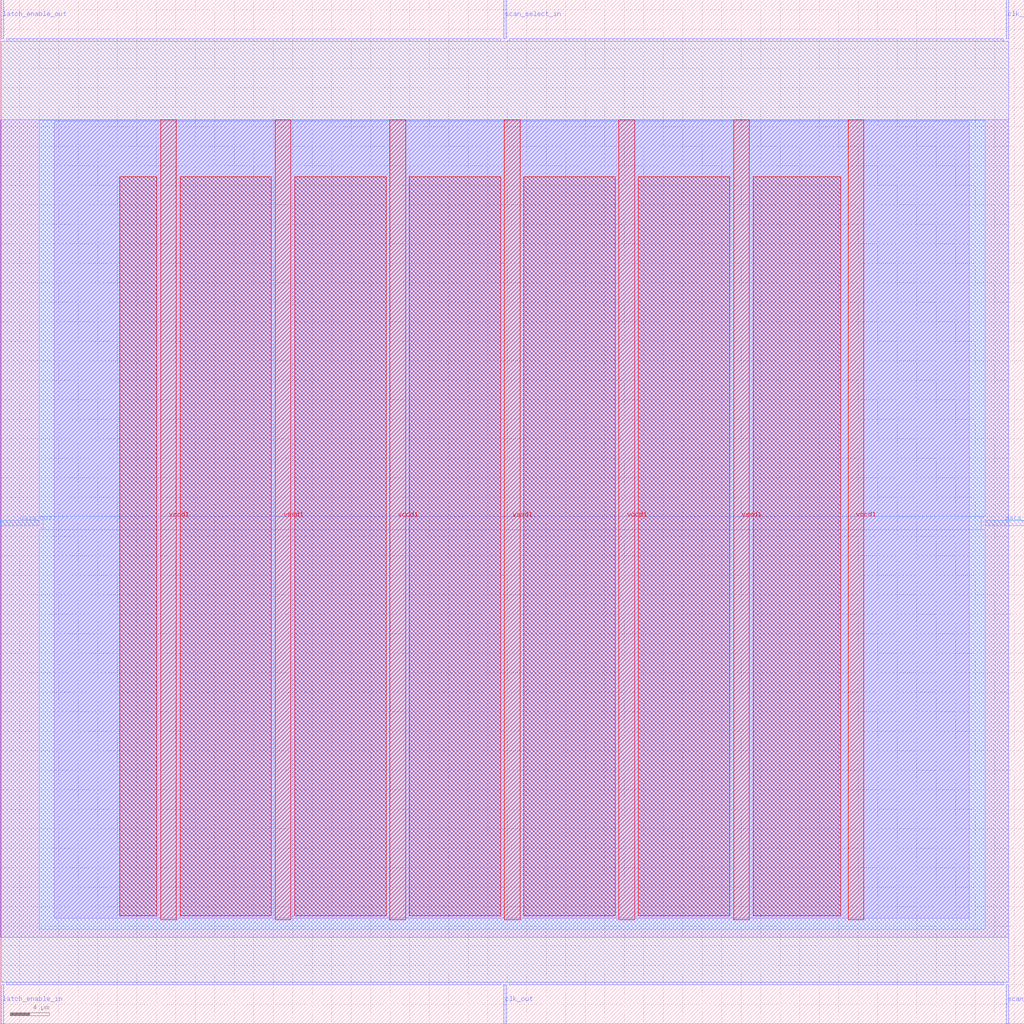
<source format=lef>
VERSION 5.7 ;
  NOWIREEXTENSIONATPIN ON ;
  DIVIDERCHAR "/" ;
  BUSBITCHARS "[]" ;
MACRO scan_wrapper_341271902949474898
  CLASS BLOCK ;
  FOREIGN scan_wrapper_341271902949474898 ;
  ORIGIN 0.000 0.000 ;
  SIZE 105.000 BY 105.000 ;
  PIN clk_in
    DIRECTION INPUT ;
    USE SIGNAL ;
    PORT
      LAYER met2 ;
        RECT 103.130 101.000 103.410 105.000 ;
    END
  END clk_in
  PIN clk_out
    DIRECTION OUTPUT TRISTATE ;
    USE SIGNAL ;
    PORT
      LAYER met2 ;
        RECT 51.610 0.000 51.890 4.000 ;
    END
  END clk_out
  PIN data_in
    DIRECTION INPUT ;
    USE SIGNAL ;
    PORT
      LAYER met3 ;
        RECT 101.000 51.040 105.000 51.640 ;
    END
  END data_in
  PIN data_out
    DIRECTION OUTPUT TRISTATE ;
    USE SIGNAL ;
    PORT
      LAYER met3 ;
        RECT 0.000 51.040 4.000 51.640 ;
    END
  END data_out
  PIN latch_enable_in
    DIRECTION INPUT ;
    USE SIGNAL ;
    PORT
      LAYER met2 ;
        RECT 0.090 0.000 0.370 4.000 ;
    END
  END latch_enable_in
  PIN latch_enable_out
    DIRECTION OUTPUT TRISTATE ;
    USE SIGNAL ;
    PORT
      LAYER met2 ;
        RECT 0.090 101.000 0.370 105.000 ;
    END
  END latch_enable_out
  PIN scan_select_in
    DIRECTION INPUT ;
    USE SIGNAL ;
    PORT
      LAYER met2 ;
        RECT 51.610 101.000 51.890 105.000 ;
    END
  END scan_select_in
  PIN scan_select_out
    DIRECTION OUTPUT TRISTATE ;
    USE SIGNAL ;
    PORT
      LAYER met2 ;
        RECT 103.130 0.000 103.410 4.000 ;
    END
  END scan_select_out
  PIN vccd1
    DIRECTION INOUT ;
    USE POWER ;
    PORT
      LAYER met4 ;
        RECT 16.465 10.640 18.065 92.720 ;
    END
    PORT
      LAYER met4 ;
        RECT 39.955 10.640 41.555 92.720 ;
    END
    PORT
      LAYER met4 ;
        RECT 63.445 10.640 65.045 92.720 ;
    END
    PORT
      LAYER met4 ;
        RECT 86.935 10.640 88.535 92.720 ;
    END
  END vccd1
  PIN vssd1
    DIRECTION INOUT ;
    USE GROUND ;
    PORT
      LAYER met4 ;
        RECT 28.210 10.640 29.810 92.720 ;
    END
    PORT
      LAYER met4 ;
        RECT 51.700 10.640 53.300 92.720 ;
    END
    PORT
      LAYER met4 ;
        RECT 75.190 10.640 76.790 92.720 ;
    END
  END vssd1
  OBS
      LAYER li1 ;
        RECT 5.520 10.795 99.360 92.565 ;
      LAYER met1 ;
        RECT 0.070 8.880 103.430 92.720 ;
      LAYER met2 ;
        RECT 0.650 100.720 51.330 101.000 ;
        RECT 52.170 100.720 102.850 101.000 ;
        RECT 0.100 4.280 103.400 100.720 ;
        RECT 0.650 4.000 51.330 4.280 ;
        RECT 52.170 4.000 102.850 4.280 ;
      LAYER met3 ;
        RECT 4.000 52.040 101.000 92.645 ;
        RECT 4.400 50.640 100.600 52.040 ;
        RECT 4.000 9.695 101.000 50.640 ;
      LAYER met4 ;
        RECT 12.255 11.055 16.065 86.865 ;
        RECT 18.465 11.055 27.810 86.865 ;
        RECT 30.210 11.055 39.555 86.865 ;
        RECT 41.955 11.055 51.300 86.865 ;
        RECT 53.700 11.055 63.045 86.865 ;
        RECT 65.445 11.055 74.790 86.865 ;
        RECT 77.190 11.055 86.185 86.865 ;
  END
END scan_wrapper_341271902949474898
END LIBRARY


</source>
